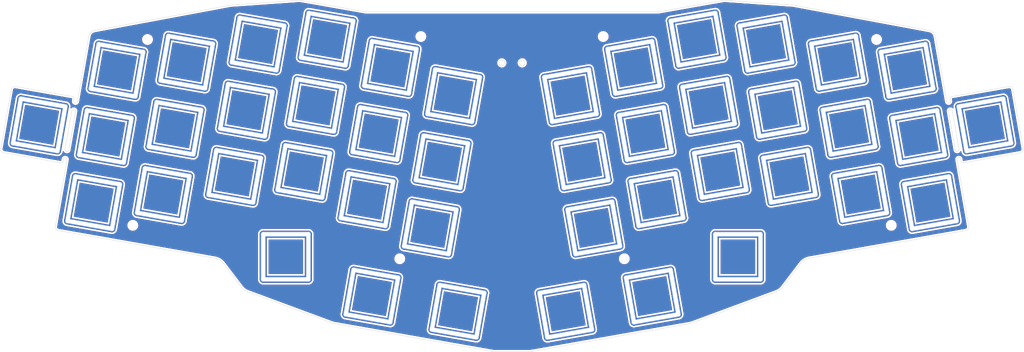
<source format=kicad_pcb>
(kicad_pcb (version 20211014) (generator pcbnew)
  (layers (0 "F.Cu" signal) (31 "B.Cu" signal) (34 "B.Paste" user) (35 "F.Paste" user) (36 "B.SilkS" user "B.Silkscreen") (37 "F.SilkS" user "F.Silkscreen") (38 "B.Mask" user) (39 "F.Mask" user) (44 "Edge.Cuts" user))
  (net 0 "")
  (footprint "TK44:Mx_Cutout_1u" (layer "F.Cu") (at 245.8989 140.5273 10)
    (fp_text reference "SW32" hide)
    (fp_text value "MX" hide)
    (pad "" thru_hole oval (at 6.4 -0.01 280) (size 14.8 2) (drill oval 14 1.2) (layers *.Cu *.Mask))
    (pad "" thru_hole oval (at 0 -6.4 10) (size 14.8 2) (drill oval 14 1.2) (layers *.Cu *.Mask))
    (pad "" thru_hole oval (at 0 6.4 10) (size 14.8 2) (drill oval 14 1.2) (layers *.Cu *.Mask))
    (pad "" thru_hole oval (at -6.4 0 280) (size 14.8 2) (drill oval 14 1.2) (layers *.Cu *.Mask))
  )
  (footprint "TK44:Mx_Cutout_1u" (layer "F.Cu") (at 300.3589 120.2873 10)
    (fp_text reference "SW23" hide)
    (fp_text value "MX" hide)
    (pad "" thru_hole oval (at 0 6.4 10) (size 14.8 2) (drill oval 14 1.2) (layers *.Cu *.Mask))
    (pad "" thru_hole oval (at 6.4 -0.01 280) (size 14.8 2) (drill oval 14 1.2) (layers *.Cu *.Mask))
    (pad "" thru_hole oval (at -6.4 0 280) (size 14.8 2) (drill oval 14 1.2) (layers *.Cu *.Mask))
    (pad "" thru_hole oval (at 0 -6.4 10) (size 14.8 2) (drill oval 14 1.2) (layers *.Cu *.Mask))
  )
  (footprint "TK44:Mx_Cutout_1u" (layer "F.Cu") (at 338.8789 119.2973 10)
    (fp_text reference "SW44" hide)
    (fp_text value "MX" hide)
    (pad "" thru_hole oval (at 0 -6.4 10) (size 14.8 2) (drill oval 14 1.2) (layers *.Cu *.Mask))
    (pad "" thru_hole oval (at -6.4 0 280) (size 14.8 2) (drill oval 14 1.2) (layers *.Cu *.Mask))
    (pad "" thru_hole oval (at 0 6.4 10) (size 14.8 2) (drill oval 14 1.2) (layers *.Cu *.Mask))
    (pad "" thru_hole oval (at 6.4 -0.01 280) (size 14.8 2) (drill oval 14 1.2) (layers *.Cu *.Mask))
  )
  (footprint "TK44:Mx_Cutout_1u" (layer "F.Cu") (at 126.1346 133.9184 -10)
    (fp_text reference "SW27" hide)
    (fp_text value "MX" hide)
    (pad "" thru_hole oval (at 0 6.4 350) (size 14.8 2) (drill oval 14 1.2) (layers *.Cu *.Mask))
    (pad "" thru_hole oval (at 0 -6.4 350) (size 14.8 2) (drill oval 14 1.2) (layers *.Cu *.Mask))
    (pad "" thru_hole oval (at 6.4 -0.01 260) (size 14.8 2) (drill oval 14 1.2) (layers *.Cu *.Mask))
    (pad "" thru_hole oval (at -6.4 0 260) (size 14.8 2) (drill oval 14 1.2) (layers *.Cu *.Mask))
  )
  (footprint "TK44:Hole_Mount_M2" (layer "F.Cu") (at 236.6159 157.2805)
    (fp_text reference "H4" hide)
    (fp_text value "Hole_Mount_M2" hide)
    (pad "" np_thru_hole circle (at 0 0) (size 2.1 2.1) (drill 2.1) (layers *.Cu *.Mask))
  )
  (footprint "TK44:Mx_Cutout_1u" (layer "F.Cu") (at 152.3346 95.0184 -10)
    (fp_text reference "SW4" hide)
    (fp_text value "MX" hide)
    (pad "" thru_hole oval (at 0 6.4 350) (size 14.8 2) (drill oval 14 1.2) (layers *.Cu *.Mask))
    (pad "" thru_hole oval (at 0 -6.4 350) (size 14.8 2) (drill oval 14 1.2) (layers *.Cu *.Mask))
    (pad "" thru_hole oval (at 6.4 -0.01 260) (size 14.8 2) (drill oval 14 1.2) (layers *.Cu *.Mask))
    (pad "" thru_hole oval (at -6.4 0 260) (size 14.8 2) (drill oval 14 1.2) (layers *.Cu *.Mask))
  )
  (footprint "TK44:Mx_Cutout_1u" (layer "F.Cu") (at 260.5189 113.7773 10)
    (fp_text reference "SW21" hide)
    (fp_text value "MX" hide)
    (pad "" thru_hole oval (at 0 -6.4 10) (size 14.8 2) (drill oval 14 1.2) (layers *.Cu *.Mask))
    (pad "" thru_hole oval (at 6.4 -0.01 280) (size 14.8 2) (drill oval 14 1.2) (layers *.Cu *.Mask))
    (pad "" thru_hole oval (at -6.4 0 280) (size 14.8 2) (drill oval 14 1.2) (layers *.Cu *.Mask))
    (pad "" thru_hole oval (at 0 6.4 10) (size 14.8 2) (drill oval 14 1.2) (layers *.Cu *.Mask))
  )
  (footprint "TK44:Mx_Cutout_1u" (layer "F.Cu") (at 303.6689 139.0473 10)
    (fp_text reference "SW35" hide)
    (fp_text value "MX" hide)
    (pad "" thru_hole oval (at 6.4 -0.01 280) (size 14.8 2) (drill oval 14 1.2) (layers *.Cu *.Mask))
    (pad "" thru_hole oval (at 0 6.4 10) (size 14.8 2) (drill oval 14 1.2) (layers *.Cu *.Mask))
    (pad "" thru_hole oval (at 0 -6.4 10) (size 14.8 2) (drill oval 14 1.2) (layers *.Cu *.Mask))
    (pad "" thru_hole oval (at -6.4 0 280) (size 14.8 2) (drill oval 14 1.2) (layers *.Cu *.Mask))
  )
  (footprint "TK44:Mx_Cutout_1u" (layer "F.Cu") (at 163.6546 140.5284 -10)
    (fp_text reference "SW29" hide)
    (fp_text value "MX" hide)
    (pad "" thru_hole oval (at 0 -6.4 350) (size 14.8 2) (drill oval 14 1.2) (layers *.Cu *.Mask))
    (pad "" thru_hole oval (at -6.4 0 260) (size 14.8 2) (drill oval 14 1.2) (layers *.Cu *.Mask))
    (pad "" thru_hole oval (at 6.4 -0.01 260) (size 14.8 2) (drill oval 14 1.2) (layers *.Cu *.Mask))
    (pad "" thru_hole oval (at 0 6.4 350) (size 14.8 2) (drill oval 14 1.2) (layers *.Cu *.Mask))
  )
  (footprint "TK44:Mx_Cutout_1u" (layer "F.Cu") (at 239.2789 103.0073 10)
    (fp_text reference "SW8" hide)
    (fp_text value "MX" hide)
    (pad "" thru_hole oval (at 0 -6.4 10) (size 14.8 2) (drill oval 14 1.2) (layers *.Cu *.Mask))
    (pad "" thru_hole oval (at 6.4 -0.01 280) (size 14.8 2) (drill oval 14 1.2) (layers *.Cu *.Mask))
    (pad "" thru_hole oval (at 0 6.4 10) (size 14.8 2) (drill oval 14 1.2) (layers *.Cu *.Mask))
    (pad "" thru_hole oval (at -6.4 0 280) (size 14.8 2) (drill oval 14 1.2) (layers *.Cu *.Mask))
  )
  (footprint "TK44:Mx_Cutout_1u" (layer "F.Cu") (at 242.5889 121.7673 10)
    (fp_text reference "SW20" hide)
    (fp_text value "MX" hide)
    (pad "" thru_hole oval (at 0 6.4 10) (size 14.8 2) (drill oval 14 1.2) (layers *.Cu *.Mask))
    (pad "" thru_hole oval (at -6.4 0 280) (size 14.8 2) (drill oval 14 1.2) (layers *.Cu *.Mask))
    (pad "" thru_hole oval (at 6.4 -0.01 280) (size 14.8 2) (drill oval 14 1.2) (layers *.Cu *.Mask))
    (pad "" thru_hole oval (at 0 -6.4 10) (size 14.8 2) (drill oval 14 1.2) (layers *.Cu *.Mask))
  )
  (footprint "TK44:Mx_Cutout_1u" (layer "F.Cu") (at 323.4289 141.3673 10)
    (fp_text reference "SW36" hide)
    (fp_text value "MX" hide)
    (pad "" thru_hole oval (at 6.4 -0.01 280) (size 14.8 2) (drill oval 14 1.2) (layers *.Cu *.Mask))
    (pad "" thru_hole oval (at 0 -6.4 10) (size 14.8 2) (drill oval 14 1.2) (layers *.Cu *.Mask))
    (pad "" thru_hole oval (at 0 6.4 10) (size 14.8 2) (drill oval 14 1.2) (layers *.Cu *.Mask))
    (pad "" thru_hole oval (at -6.4 0 280) (size 14.8 2) (drill oval 14 1.2) (layers *.Cu *.Mask))
  )
  (footprint "TK44:Mx_Cutout_1u" (layer "F.Cu") (at 149.0346 113.7784 -10)
    (fp_text reference "SW16" hide)
    (fp_text value "MX" hide)
    (pad "" thru_hole oval (at 0 6.4 350) (size 14.8 2) (drill oval 14 1.2) (layers *.Cu *.Mask))
    (pad "" thru_hole oval (at 6.4 -0.01 260) (size 14.8 2) (drill oval 14 1.2) (layers *.Cu *.Mask))
    (pad "" thru_hole oval (at -6.4 0 260) (size 14.8 2) (drill oval 14 1.2) (layers *.Cu *.Mask))
    (pad "" thru_hole oval (at 0 -6.4 350) (size 14.8 2) (drill oval 14 1.2) (layers *.Cu *.Mask))
  )
  (footprint "TK44:Mx_Cutout_1u" (layer "F.Cu") (at 257.2189 95.0073 10)
    (fp_text reference "SW9" hide)
    (fp_text value "MX" hide)
    (pad "" thru_hole oval (at 0 6.4 10) (size 14.8 2) (drill oval 14 1.2) (layers *.Cu *.Mask))
    (pad "" thru_hole oval (at 0 -6.4 10) (size 14.8 2) (drill oval 14 1.2) (layers *.Cu *.Mask))
    (pad "" thru_hole oval (at 6.4 -0.01 280) (size 14.8 2) (drill oval 14 1.2) (layers *.Cu *.Mask))
    (pad "" thru_hole oval (at -6.4 0 280) (size 14.8 2) (drill oval 14 1.2) (layers *.Cu *.Mask))
  )
  (footprint "TK44:Hole_Mount_M2" (layer "F.Cu") (at 312.3198 147.8006)
    (fp_text reference "H1" hide)
    (fp_text value "Hole_Mount_M2" hide)
    (pad "" np_thru_hole circle (at 0 0) (size 2.1 2.1) (drill 2.1) (layers *.Cu *.Mask))
  )
  (footprint "TK44:Mx_Cutout_1u" (layer "F.Cu") (at 320.1089 122.6073 10)
    (fp_text reference "SW24" hide)
    (fp_text value "MX" hide)
    (pad "" thru_hole oval (at 0 -6.4 10) (size 14.8 2) (drill oval 14 1.2) (layers *.Cu *.Mask))
    (pad "" thru_hole oval (at -6.4 0 280) (size 14.8 2) (drill oval 14 1.2) (layers *.Cu *.Mask))
    (pad "" thru_hole oval (at 6.4 -0.01 280) (size 14.8 2) (drill oval 14 1.2) (layers *.Cu *.Mask))
    (pad "" thru_hole oval (at 0 6.4 10) (size 14.8 2) (drill oval 14 1.2) (layers *.Cu *.Mask))
  )
  (footprint "TK44:Hole_Mount_M2" (layer "F.Cu") (at 178.9235 94.2597)
    (fp_text reference "H6" hide)
    (fp_text value "Hole_Mount_M2" hide)
    (pad "" np_thru_hole circle (at 0 0) (size 2.1 2.1) (drill 2.1) (layers *.Cu *.Mask))
  )
  (footprint "TK44:Mx_Cutout_1u" (layer "F.Cu") (at 181.5946 148.5284 -10)
    (fp_text reference "SW30" hide)
    (fp_text value "MX" hide)
    (pad "" thru_hole oval (at 0 6.4 350) (size 14.8 2) (drill oval 14 1.2) (layers *.Cu *.Mask))
    (pad "" thru_hole oval (at 0 -6.4 350) (size 14.8 2) (drill oval 14 1.2) (layers *.Cu *.Mask))
    (pad "" thru_hole oval (at -6.4 0 260) (size 14.8 2) (drill oval 14 1.2) (layers *.Cu *.Mask))
    (pad "" thru_hole oval (at 6.4 -0.01 260) (size 14.8 2) (drill oval 14 1.2) (layers *.Cu *.Mask))
  )
  (footprint "TK44:Mx_Cutout_1u" (layer "F.Cu") (at 129.4446 115.1584 -10)
    (fp_text reference "SW15" hide)
    (fp_text value "MX" hide)
    (pad "" thru_hole oval (at 0 -6.4 350) (size 14.8 2) (drill oval 14 1.2) (layers *.Cu *.Mask))
    (pad "" thru_hole oval (at -6.4 0 260) (size 14.8 2) (drill oval 14 1.2) (layers *.Cu *.Mask))
    (pad "" thru_hole oval (at 6.4 -0.01 260) (size 14.8 2) (drill oval 14 1.2) (layers *.Cu *.Mask))
    (pad "" thru_hole oval (at 0 6.4 350) (size 14.8 2) (drill oval 14 1.2) (layers *.Cu *.Mask))
  )
  (footprint "TK44:Mx_Cutout_1u" (layer "F.Cu") (at 112.5046 101.5284 -10)
    (fp_text reference "SW2" hide)
    (fp_text value "MX" hide)
    (pad "" thru_hole oval (at 0 -6.4 350) (size 14.8 2) (drill oval 14 1.2) (layers *.Cu *.Mask))
    (pad "" thru_hole oval (at 0 6.4 350) (size 14.8 2) (drill oval 14 1.2) (layers *.Cu *.Mask))
    (pad "" thru_hole oval (at 6.4 -0.01 260) (size 14.8 2) (drill oval 14 1.2) (layers *.Cu *.Mask))
    (pad "" thru_hole oval (at -6.4 0 260) (size 14.8 2) (drill oval 14 1.2) (layers *.Cu *.Mask))
  )
  (footprint "TK44:Mx_Cutout_1u" (layer "F.Cu") (at 109.1946 120.2884 -10)
    (fp_text reference "SW14" hide)
    (fp_text value "MX" hide)
    (pad "" thru_hole oval (at 6.4 -0.01 260) (size 14.8 2) (drill oval 14 1.2) (layers *.Cu *.Mask))
    (pad "" thru_hole oval (at 0 6.4 350) (size 14.8 2) (drill oval 14 1.2) (layers *.Cu *.Mask))
    (pad "" thru_hole oval (at 0 -6.4 350) (size 14.8 2) (drill oval 14 1.2) (layers *.Cu *.Mask))
    (pad "" thru_hole oval (at -6.4 0 260) (size 14.8 2) (drill oval 14 1.2) (layers *.Cu *.Mask))
  )
  (footprint "TK44:Mx_Cutout_1u" (layer "F.Cu") (at 276.7989 96.3973 10)
    (fp_text reference "SW10" hide)
    (fp_text value "MX" hide)
    (pad "" thru_hole oval (at 6.4 -0.01 280) (size 14.8 2) (drill oval 14 1.2) (layers *.Cu *.Mask))
    (pad "" thru_hole oval (at 0 -6.4 10) (size 14.8 2) (drill oval 14 1.2) (layers *.Cu *.Mask))
    (pad "" thru_hole oval (at -6.4 0 280) (size 14.8 2) (drill oval 14 1.2) (layers *.Cu *.Mask))
    (pad "" thru_hole oval (at 0 6.4 10) (size 14.8 2) (drill oval 14 1.2) (layers *.Cu *.Mask))
  )
  (footprint "TK44:Mx_Cutout_1u" (layer "F.Cu") (at 170.2746 103.0084 -10)
    (fp_text reference "SW5" hide)
    (fp_text value "MX" hide)
    (pad "" thru_hole oval (at -6.4 0 260) (size 14.8 2) (drill oval 14 1.2) (layers *.Cu *.Mask))
    (pad "" thru_hole oval (at 6.4 -0.01 260) (size 14.8 2) (drill oval 14 1.2) (layers *.Cu *.Mask))
    (pad "" thru_hole oval (at 0 6.4 350) (size 14.8 2) (drill oval 14 1.2) (layers *.Cu *.Mask))
    (pad "" thru_hole oval (at 0 -6.4 350) (size 14.8 2) (drill oval 14 1.2) (layers *.Cu *.Mask))
  )
  (footprint "TK44:Hole_Mount_M2" (layer "F.Cu") (at 172.9391 157.2802)
    (fp_text reference "H5" hide)
    (fp_text value "Hole_Mount_M2" hide)
    (pad "" np_thru_hole circle (at 0 0) (size 2.1 2.1) (drill 2.1) (layers *.Cu *.Mask))
  )
  (footprint "TK44:Mx_Cutout_1u" (layer "F.Cu") (at 227.9689 148.5273 10)
    (fp_text reference "SW31" hide)
    (fp_text value "MX" hide)
    (pad "" thru_hole oval (at -6.4 0 280) (size 14.8 2) (drill oval 14 1.2) (layers *.Cu *.Mask))
    (pad "" thru_hole oval (at 0 6.4 10) (size 14.8 2) (drill oval 14 1.2) (layers *.Cu *.Mask))
    (pad "" thru_hole oval (at 0 -6.4 10) (size 14.8 2) (drill oval 14 1.2) (layers *.Cu *.Mask))
    (pad "" thru_hole oval (at 6.4 -0.01 280) (size 14.8 2) (drill oval 14 1.2) (layers *.Cu *.Mask))
  )
  (footprint "TK44:Mx_Cutout_1u" (layer "F.Cu") (at 221.3489 111.0073 10)
    (fp_text reference "SW7" hide)
    (fp_text value "MX" hide)
    (pad "" thru_hole oval (at 6.4 -0.01 280) (size 14.8 2) (drill oval 14 1.2) (layers *.Cu *.Mask))
    (pad "" thru_hole oval (at -6.4 0 280) (size 14.8 2) (drill oval 14 1.2) (layers *.Cu *.Mask))
    (pad "" thru_hole oval (at 0 6.4 10) (size 14.8 2) (drill oval 14 1.2) (layers *.Cu *.Mask))
    (pad "" thru_hole oval (at 0 -6.4 10) (size 14.8 2) (drill oval 14 1.2) (layers *.Cu *.Mask))
  )
  (footprint "TK44:Mx_Cutout_1u" (layer "F.Cu") (at 188.2046 111.0084 -10)
    (fp_text reference "SW6" hide)
    (fp_text value "MX" hide)
    (pad "" thru_hole oval (at -6.4 0 260) (size 14.8 2) (drill oval 14 1.2) (layers *.Cu *.Mask))
    (pad "" thru_hole oval (at 6.4 -0.01 260) (size 14.8 2) (drill oval 14 1.2) (layers *.Cu *.Mask))
    (pad "" thru_hole oval (at 0 6.4 350) (size 14.8 2) (drill oval 14 1.2) (layers *.Cu *.Mask))
    (pad "" thru_hole oval (at 0 -6.4 350) (size 14.8 2) (drill oval 14 1.2) (layers *.Cu *.Mask))
  )
  (footprint "TK44:Mx_Cutout_1u" (layer "F.Cu") (at 280.1189 115.1573 10)
    (fp_text reference "SW22" hide)
    (fp_text value "MX" hide)
    (pad "" thru_hole oval (at 0 6.4 10) (size 14.8 2) (drill oval 14 1.2) (layers *.Cu *.Mask))
    (pad "" thru_hole oval (at 6.4 -0.01 280) (size 14.8 2) (drill oval 14 1.2) (layers *.Cu *.Mask))
    (pad "" thru_hole oval (at 0 -6.4 10) (size 14.8 2) (drill oval 14 1.2) (layers *.Cu *.Mask))
    (pad "" thru_hole oval (at -6.4 0 280) (size 14.8 2) (drill oval 14 1.2) (layers *.Cu *.Mask))
  )
  (footprint "TK44:Mx_Cutout_1u" (layer "F.Cu") (at 89.4446 122.6084 -10)
    (fp_text reference "SW13" hide)
    (fp_text value "MX" hide)
    (pad "" thru_hole oval (at 0 -6.4 350) (size 14.8 2) (drill oval 14 1.2) (layers *.Cu *.Mask))
    (pad "" thru_hole oval (at 0 6.4 350) (size 14.8 2) (drill oval 14 1.2) (layers *.Cu *.Mask))
    (pad "" thru_hole oval (at 6.4 -0.01 260) (size 14.8 2) (drill oval 14 1.2) (layers *.Cu *.Mask))
    (pad "" thru_hole oval (at -6.4 0 260) (size 14.8 2) (drill oval 14 1.2) (layers *.Cu *.Mask))
  )
  (footprint "TK44:Mx_Cutout_1u" (layer "F.Cu") (at 189.4654 172.1597 -10)
    (fp_text reference "SW40" hide)
    (fp_text value "MX" hide)
    (pad "" thru_hole oval (at -6.4 0 260) (size 14.8 2) (drill oval 14 1.2) (layers *.Cu *.Mask))
    (pad "" thru_hole oval (at 6.4 -0.01 260) (size 14.8 2) (drill oval 14 1.2) (layers *.Cu *.Mask))
    (pad "" thru_hole oval (at 0 6.4 350) (size 14.8 2) (drill oval 14 1.2) (layers *.Cu *.Mask))
    (pad "" thru_hole oval (at 0 -6.4 350) (size 14.8 2) (drill oval 14 1.2) (layers *.Cu *.Mask))
  )
  (footprint "TK44:Mx_Cutout_1u" (layer "F.Cu") (at 219.9996 172.176 10)
    (fp_text reference "SW41" hide)
    (fp_text value "MX" hide)
    (pad "" thru_hole oval (at 0 -6.4 10) (size 14.8 2) (drill oval 14 1.2) (layers *.Cu *.Mask))
    (pad "" thru_hole oval (at 6.4 -0.01 280) (size 14.8 2) (drill oval 14 1.2) (layers *.Cu *.Mask))
    (pad "" thru_hole oval (at 0 6.4 10) (size 14.8 2) (drill oval 14 1.2) (layers *.Cu *.Mask))
    (pad "" thru_hole oval (at -6.4 0 280) (size 14.8 2) (drill oval 14 1.2) (layers *.Cu *.Mask))
  )
  (footprint "TK44:Mx_Cutout_1u" (layer "F.Cu") (at 316.8089 103.8473 10)
    (fp_text reference "SW12" hide)
    (fp_text value "MX" hide)
    (pad "" thru_hole oval (at 0 -6.4 10) (size 14.8 2) (drill oval 14 1.2) (layers *.Cu *.Mask))
    (pad "" thru_hole oval (at -6.4 0 280) (size 14.8 2) (drill oval 14 1.2) (layers *.Cu *.Mask))
    (pad "" thru_hole oval (at 0 6.4 10) (size 14.8 2) (drill oval 14 1.2) (layers *.Cu *.Mask))
    (pad "" thru_hole oval (at 6.4 -0.01 280) (size 14.8 2) (drill oval 14 1.2) (layers *.Cu *.Mask))
  )
  (footprint "TK44:Mx_Cutout_1u" (layer "F.Cu") (at 86.1346 141.3684 -10)
    (fp_text reference "SW25" hide)
    (fp_text value "MX" hide)
    (pad "" thru_hole oval (at -6.4 0 260) (size 14.8 2) (drill oval 14 1.2) (layers *.Cu *.Mask))
    (pad "" thru_hole oval (at 6.4 -0.01 260) (size 14.8 2) (drill oval 14 1.2) (layers *.Cu *.Mask))
    (pad "" thru_hole oval (at 0 6.4 350) (size 14.8 2) (drill oval 14 1.2) (layers *.Cu *.Mask))
    (pad "" thru_hole oval (at 0 -6.4 350) (size 14.8 2) (drill oval 14 1.2) (layers *.Cu *.Mask))
  )
  (footprint "TK44:Mx_Cutout_1u" (layer "F.Cu") (at 166.9646 121.7684 -10)
    (fp_text reference "SW17" hide)
    (fp_text value "MX" hide)
    (pad "" thru_hole oval (at 0 -6.4 350) (size 14.8 2) (drill oval 14 1.2) (layers *.Cu *.Mask))
    (pad "" thru_hole oval (at -6.4 0 260) (size 14.8 2) (drill oval 14 1.2) (layers *.Cu *.Mask))
    (pad "" thru_hole oval (at 6.4 -0.01 260) (size 14.8 2) (drill oval 14 1.2) (layers *.Cu *.Mask))
    (pad "" thru_hole oval (at 0 6.4 350) (size 14.8 2) (drill oval 14 1.2) (layers *.Cu *.Mask))
  )
  (footprint "TK44:Mx_Cutout_1u" (layer "F.Cu") (at 132.7546 96.3884 -10)
    (fp_text reference "SW3" hide)
    (fp_text value "MX" hide)
    (pad "" thru_hole oval (at 0 6.4 350) (size 14.8 2) (drill oval 14 1.2) (layers *.Cu *.Mask))
    (pad "" thru_hole oval (at 6.4 -0.01 260) (size 14.8 2) (drill oval 14 1.2) (layers *.Cu *.Mask))
    (pad "" thru_hole oval (at 0 -6.4 350) (size 14.8 2) (drill oval 14 1.2) (layers *.Cu *.Mask))
    (pad "" thru_hole oval (at -6.4 0 260) (size 14.8 2) (drill oval 14 1.2) (layers *.Cu *.Mask))
  )
  (footprint "TK44:Mx_Cutout_1u" (layer "F.Cu") (at 244.5289 167.8573 10)
    (fp_text reference "SW42" hide)
    (fp_text value "MX" hide)
    (pad "" thru_hole oval (at -6.4 0 280) (size 14.8 2) (drill oval 14 1.2) (layers *.Cu *.Mask))
    (pad "" thru_hole oval (at 6.4 -0.01 280) (size 14.8 2) (drill oval 14 1.2) (layers *.Cu *.Mask))
    (pad "" thru_hole oval (at 0 -6.4 10) (size 14.8 2) (drill oval 14 1.2) (layers *.Cu *.Mask))
    (pad "" thru_hole oval (at 0 6.4 10) (size 14.8 2) (drill oval 14 1.2) (layers *.Cu *.Mask))
  )
  (footprint "TK44:Hole_Mount_M2" (layer "F.Cu") (at 101.4002 95.0982)
    (fp_text reference "H7" hide)
    (fp_text value "Hole_Mount_M2" hide)
    (pad "" np_thru_hole circle (at 0 0) (size 2.1 2.1) (drill 2.1) (layers *.Cu *.Mask))
  )
  (footprint "TK44:Mx_Cutout_1u" (layer "F.Cu") (at 283.4189 133.9073 10)
    (fp_text reference "SW34" hide)
    (fp_text value "MX" hide)
    (pad "" thru_hole oval (at 6.4 -0.01 280) (size 14.8 2) (drill oval 14 1.2) (layers *.Cu *.Mask))
    (pad "" thru_hole oval (at -6.4 0 280) (size 14.8 2) (drill oval 14 1.2) (layers *.Cu *.Mask))
    (pad "" thru_hole oval (at 0 -6.4 10) (size 14.8 2) (drill oval 14 1.2) (layers *.Cu *.Mask))
    (pad "" thru_hole oval (at 0 6.4 10) (size 14.8 2) (drill oval 14 1.2) (layers *.Cu *.Mask))
  )
  (footprint "TK44:Mx_Cutout_1u" (layer "F.Cu") (at 140.618 156.72)
    (fp_text reference "SW38" hide)
    (fp_text value "MX" hide)
    (pad "" thru_hole oval (at 0 -6.4) (size 14.8 2) (drill oval 14 1.2) (layers *.Cu *.Mask))
    (pad "" thru_hole oval (at -6.4 0 270) (size 14.8 2) (drill oval 14 1.2) (layers *.Cu *.Mask))
    (pad "" thru_hole oval (at 6.4 -0.01 270) (size 14.8 2) (drill oval 14 1.2) (layers *.Cu *.Mask))
    (pad "" thru_hole oval (at 0 6.4) (size 14.8 2) (drill oval 14 1.2) (layers *.Cu *.Mask))
  )
  (footprint "TK44:Mx_Cutout_1u" (layer "F.Cu") (at 70.6746 119.2984 -10)
    (fp_text reference "SW37" hide)
    (fp_text value "MX" hide)
    (pad "" thru_hole oval (at 6.4 -0.01 260) (size 14.8 2) (drill oval 14 1.2) (layers *.Cu *.Mask))
    (pad "" thru_hole oval (at 0 -6.4 350) (size 14.8 2) (drill oval 14 1.2) (layers *.Cu *.Mask))
    (pad "" thru_hole oval (at -6.4 0 260) (size 14.8 2) (drill oval 14 1.2) (layers *.Cu *.Mask))
    (pad "" thru_hole oval (at 0 6.4 350) (size 14.8 2) (drill oval 14 1.2) (layers *.Cu *.Mask))
  )
  (footprint "TK44:Hole_Mount_M2" (layer "F.Cu") (at 230.6315 94.2597)
    (fp_text reference "H3" hide)
    (fp_text value "Hole_Mount_M2" hide)
    (pad "" np_thru_hole circle (at 0 0) (size 2.1 2.1) (drill 2.1) (layers *.Cu *.Mask))
  )
  (footprint "TK44:Hole_Mount_M2" (layer "F.Cu") (at 308.1549 95.0982)
    (fp_text reference "H2" hide)
    (fp_text value "Hole_Mount_M2" hide)
    (pad "" np_thru_hole circle (at 0 0) (size 2.1 2.1) (drill 2.1) (layers *.Cu *.Mask))
  )
  (footprint "TK44:Mx_Cutout_1u" (layer "F.Cu") (at 105.8846 139.0484 -10)
    (fp_text reference "SW26" hide)
    (fp_text value "MX" hide)
    (pad "" thru_hole oval (at 0 6.4 350) (size 14.8 2) (drill oval 14 1.2) (layers *.Cu *.Mask))
    (pad "" thru_hole oval (at 6.4 -0.01 260) (size 14.8 2) (drill oval 14 1.2) (layers *.Cu *.Mask))
    (pad "" thru_hole oval (at 0 -6.4 350) (size 14.8 2) (drill oval 14 1.2) (layers *.Cu *.Mask))
    (pad "" thru_hole oval (at -6.4 0 260) (size 14.8 2) (drill oval 14 1.2) (layers *.Cu *.Mask))
  )
  (footprint "TK44:Mx_Cutout_1u" (layer "F.Cu") (at 263.8289 132.5273 10)
    (fp_text reference "SW33" hide)
    (fp_text value "MX" hide)
    (pad "" thru_hole oval (at 0 -6.4 10) (size 14.8 2) (drill oval 14 1.2) (layers *.Cu *.Mask))
    (pad "" thru_hole oval (at -6.4 0 280) (size 14.8 2) (drill oval 14 1.2) (layers *.Cu *.Mask))
    (pad "" thru_hole oval (at 0 6.4 10) (size 14.8 2) (drill oval 14 1.2) (layers *.Cu *.Mask))
    (pad "" thru_hole oval (at 6.4 -0.01 280) (size 14.8 2) (drill oval 14 1.2) (layers *.Cu *.Mask))
  )
  (footprint "TK44:Mx_Cutout_1u" (layer "F.Cu") (at 92.7546 103.8484 -10)
    (fp_text reference "SW1" hide)
    (fp_text value "MX" hide)
    (pad "" thru_hole oval (at 0 -6.4 350) (size 14.8 2) (drill oval 14 1.2) (layers *.Cu *.Mask))
    (pad "" thru_hole oval (at 6.4 -0.01 260) (size 14.8 2) (drill oval 14 1.2) (layers *.Cu *.Mask))
    (pad "" thru_hole oval (at -6.4 0 260) (size 14.8 2) (drill oval 14 1.2) (layers *.Cu *.Mask))
    (pad "" thru_hole oval (at 0 6.4 350) (size 14.8 2) (drill oval 14 1.2) (layers *.Cu *.Mask))
  )
  (footprint "TK44:Mx_Cutout_1u" (layer "F.Cu") (at 165.0346 167.8484 -10)
    (fp_text reference "SW39" hide)
    (fp_text value "MX" hide)
    (pad "" thru_hole oval (at 0 -6.4 350) (size 14.8 2) (drill oval 14 1.2) (layers *.Cu *.Mask))
    (pad "" thru_hole oval (at 6.4 -0.01 260) (size 14.8 2) (drill oval 14 1.2) (layers *.Cu *.Mask))
    (pad "" thru_hole oval (at -6.4 0 260) (size 14.8 2) (drill oval 14 1.2) (layers *.Cu *.Mask))
    (pad "" thru_hole oval (at 0 6.4 350) (size 14.8 2) (drill oval 14 1.2) (layers *.Cu *.Mask))
  )
  (footprint "TK44:Mx_Cutout_1u" (layer "F.Cu") (at 268.828 156.72)
    (fp_text reference "SW43" hide)
    (fp_text value "MX" hide)
    (pad "" thru_hole oval (at -6.4 0 270) (size 14.8 2) (drill oval 14 1.2) (layers *.Cu *.Mask))
    (pad "" thru_hole oval (at 6.4 -0.01 270) (size 14.8 2) (drill oval 14 1.2) (layers *.Cu *.Mask))
    (pad "" thru_hole oval (at 0 -6.4) (size 14.8 2) (drill oval 14 1.2) (layers *.Cu *.Mask))
    (pad "" thru_hole oval (at 0 6.4) (size 14.8 2) (drill oval 14 1.2) (layers *.Cu *.Mask))
  )
  (footprint "TK44:Mx_Cutout_1u" (layer "F.Cu") (at 184.8946 129.7684 -10)
    (fp_text reference "SW18" hide)
    (fp_text value "MX" hide)
    (pad "" thru_hole oval (at 0 6.4 350) (size 14.8 2) (drill oval 14 1.2) (layers *.Cu *.Mask))
    (pad "" thru_hole oval (at 0 -6.4 350) (size 14.8 2) (drill oval 14 1.2) (layers *.Cu *.Mask))
    (pad "" thru_hole oval (at -6.4 0 260) (size 14.8 2) (drill oval 14 1.2) (layers *.Cu *.Mask))
    (pad "" thru_hole oval (at 6.4 -0.01 260) (size 14.8 2) (drill oval 14 1.2) (layers *.Cu *.Mask))
  )
  (footprint "TK44:Mx_Cutout_1u" (layer "F.Cu") (at 145.7246 132.5384 -10)
    (fp_text reference "SW28" hide)
    (fp_text value "MX" hide)
    (pad "" thru_hole oval (at 0 -6.4 350) (size 14.8 2) (drill oval 14 1.2) (layers *.Cu *.Mask))
    (pad "" thru_hole oval (at -6.4 0 260) (size 14.8 2) (drill oval 14 1.2) (layers *.Cu *.Mask))
    (pad "" thru_hole oval (at 6.4 -0.01 260) (size 14.8 2) (drill oval 14 1.2) (layers *.Cu *.Mask))
    (pad "" thru_hole oval (at 0 6.4 350) (size 14.8 2) (drill oval 14 1.2) (layers *.Cu *.Mask))
  )
  (footprint "TK44:Hole_Mount_M2" (layer "F.Cu") (at 97.2352 147.8006)
    (fp_text reference "H8" hide)
    (fp_text value "Hole_Mount_M2" hide)
    (pad "" np_thru_hole circle (at 0 0) (size 2.1 2.1) (drill 2.1) (layers *.Cu *.Mask))
  )
  (footprint "TK44:Mx_Cutout_1u" (layer "F.Cu") (at 297.0489 101.5273 10)
    (fp_text reference "SW11" hide)
    (fp_text value "MX" hide)
    (pad "" thru_hole oval (at 0 6.4 10) (size 14.8 2) (drill oval 14 1.2) (layers *.Cu *.Mask))
    (pad "" thru_hole oval (at 6.4 -0.01 280) (size 14.8 2) (drill oval 14 1.2) (layers *.Cu *.Mask))
    (pad "" thru_hole oval (at 0 -6.4 10) (size 14.8 2) (drill oval 14 1.2) (layers *.Cu *.Mask))
    (pad "" thru_hole oval (at -6.4 0 280) (size 14.8 2) (drill oval 14 1.2) (layers *.Cu *.Mask))
  )
  (footprint "TK44:Mx_Cutout_1u" (layer "F.Cu") (at 224.6589 129.7673 10)
    (fp_text reference "SW19" hide)
    (fp_text value "MX" hide)
    (pad "" thru_hole oval (at 6.4 -0.01 280) (size 14.8 2) (drill oval 14 1.2) (layers *.Cu *.Mask))
    (pad "" thru_hole oval (at -6.4 0 280) (size 14.8 2) (drill oval 14 1.2) (layers *.Cu *.Mask))
    (pad "" thru_hole oval (at 0 6.4 10) (size 14.8 2) (drill oval 14 1.2) (layers *.Cu *.Mask))
    (pad "" thru_hole oval (at 0 -6.4 10) (size 14.8 2) (drill oval 14 1.2) (layers *.Cu *.Mask))
  )
  (gr_line (start 80.090739 111.289183) (end 63.939104 108.440854) (layer "Edge.Cuts") (width 0.1))
  (gr_arc (start 345.615902 108.440854) (mid 346.363127 108.606509) (end 346.774358 109.252013) (layer "Edge.Cuts") (width 0.1))
  (gr_arc (start 328.534035 115.475675) (mid 328.983297 114.834859) (end 329.624113 115.28412) (layer "Edge.Cuts") (width 0.1))
  (gr_arc (start 77.511693 129.00944) (mid 78.15251 128.560179) (end 78.601771 129.200995) (layer "Edge.Cuts") (width 0.1))
  (gr_arc (start 255.898909 175.456112) (mid 255.55633 175.56563) (end 255.205304 175.643955) (layer "Edge.Cuts") (width 0.1))
  (gr_arc (start 81.52 112.71) (mid 80.879183 113.159261) (end 80.429922 112.518445) (layer "Edge.Cuts") (width 0.1))
  (gr_arc (start 163.723185 87.286019) (mid 163.374562 87.270798) (end 163.028593 87.22525) (layer "Edge.Cuts") (width 0.1))
  (gr_line (start 76.083697 149.270027) (end 120.461265 157.09499) (layer "Edge.Cuts") (width 0.1))
  (gr_arc (start 329.125085 112.518445) (mid 328.675823 113.159261) (end 328.035007 112.71) (layer "Edge.Cuts") (width 0.1))
  (gr_arc (start 281.48895 165.323575) (mid 280.686871 166.11438) (end 279.696012 166.650013) (layer "Edge.Cuts") (width 0.1))
  (gr_arc (start 329.020739 111.920817) (mid 329.112652 111.507364) (end 329.47 111.28) (layer "Edge.Cuts") (width 0.1))
  (gr_line (start 210.316987 183.558977) (end 255.205304 175.643955) (layer "Edge.Cuts") (width 0.1))
  (gr_line (start 84.782206 94.17956) (end 81.52 112.71) (layer "Edge.Cuts") (width 0.1))
  (gr_arc (start 79.100799 126.43532) (mid 78.459982 126.884581) (end 78.010721 126.243765) (layer "Edge.Cuts") (width 0.1))
  (gr_line (start 349.735059 126.042986) (end 346.774358 109.252013) (layer "Edge.Cuts") (width 0.1))
  (gr_arc (start 129.858994 166.650013) (mid 128.868135 166.11438) (end 128.066056 165.323575) (layer "Edge.Cuts") (width 0.1))
  (gr_line (start 334.28247 148.111571) (end 330.953236 129.200995) (layer "Edge.Cuts") (width 0.1))
  (gr_arc (start 332.79 130.05) (mid 332.376547 129.958087) (end 332.149183 129.600739) (layer "Edge.Cuts") (width 0.1))
  (gr_arc (start 84.782206 94.17956) (mid 85.330933 93.119691) (end 86.385427 92.560704) (layer "Edge.Cuts") (width 0.1))
  (gr_line (start 78.010721 126.243765) (end 79.930894 115.28412) (layer "Edge.Cuts") (width 0.1))
  (gr_arc (start 77.400817 129.590739) (mid 77.173453 129.948087) (end 76.76 130.04) (layer "Edge.Cuts") (width 0.1))
  (gr_line (start 153.656097 175.456112) (end 129.858994 166.650013) (layer "Edge.Cuts") (width 0.1))
  (gr_arc (start 284.302686 85.344134) (mid 284.529125 85.36662) (end 284.753925 85.401908) (layer "Edge.Cuts") (width 0.1))
  (gr_line (start 328.035007 112.71) (end 324.772801 94.17956) (layer "Edge.Cuts") (width 0.1))
  (gr_line (start 80.54 111.93) (end 80.429923 112.518445) (layer "Edge.Cuts") (width 0.1))
  (gr_line (start 199.238019 183.558977) (end 154.349702 175.643955) (layer "Edge.Cuts") (width 0.1))
  (gr_arc (start 79.930894 115.28412) (mid 80.571711 114.834859) (end 81.020972 115.475675) (layer "Edge.Cuts") (width 0.1))
  (gr_line (start 78.601771 129.200995) (end 75.272537 148.111571) (layer "Edge.Cuts") (width 0.1))
  (gr_arc (start 264.457422 84.06353) (mid 264.943938 84.008254) (end 265.433565 84.012682) (layer "Edge.Cuts") (width 0.1))
  (gr_arc (start 120.461265 157.09499) (mid 121.847257 157.617774) (end 122.947808 158.609272) (layer "Edge.Cuts") (width 0.1))
  (gr_arc (start 334.28247 148.111571) (mid 334.116814 148.858796) (end 333.47131 149.270027) (layer "Edge.Cuts") (width 0.1))
  (gr_arc (start 80.090739 111.289183) (mid 80.448087 111.516547) (end 80.54 111.93) (layer "Edge.Cuts") (width 0.1))
  (gr_arc (start 62.780649 109.252013) (mid 63.19188 108.60651) (end 63.939104 108.440854) (layer "Edge.Cuts") (width 0.1))
  (gr_line (start 125.025056 85.360171) (end 144.121442 84.012682) (layer "Edge.Cuts") (width 0.1))
  (gr_arc (start 286.607199 158.609272) (mid 287.707749 157.617774) (end 289.093742 157.09499) (layer "Edge.Cuts") (width 0.1))
  (gr_line (start 333.47131 149.270027) (end 289.093742 157.09499) (layer "Edge.Cuts") (width 0.1))
  (gr_line (start 329.624113 115.28412) (end 331.544286 126.243765) (layer "Edge.Cuts") (width 0.1))
  (gr_line (start 284.302686 85.344134) (end 265.433565 84.012682) (layer "Edge.Cuts") (width 0.1))
  (gr_line (start 79.100799 126.43532) (end 81.020972 115.475675) (layer "Edge.Cuts") (width 0.1))
  (gr_circle (center 201.89 101.73) (end 202.710061 101.73) (layer "Edge.Cuts") (width 0.1) (fill none))
  (gr_line (start 163.723185 87.286019) (end 245.831821 87.286019) (layer "Edge.Cuts") (width 0.1))
  (gr_arc (start 154.349702 175.643955) (mid 153.998676 175.56563) (end 153.656097 175.456112) (layer "Edge.Cuts") (width 0.1))
  (gr_line (start 246.526414 87.22525) (end 264.457422 84.06353) (layer "Edge.Cuts") (width 0.1))
  (gr_line (start 255.898909 175.456112) (end 279.696012 166.650013) (layer "Edge.Cuts") (width 0.1))
  (gr_arc (start 199.932612 183.619746) (mid 199.583989 183.604525) (end 199.238019 183.558977) (layer "Edge.Cuts") (width 0.1))
  (gr_line (start 284.753925 85.401908) (end 323.16958 92.560704) (layer "Edge.Cuts") (width 0.1))
  (gr_arc (start 323.16958 92.560704) (mid 324.224075 93.11969) (end 324.772801 94.17956) (layer "Edge.Cuts") (width 0.1))
  (gr_line (start 329.125084 112.518445) (end 329.020739 111.920817) (layer "Edge.Cuts") (width 0.1))
  (gr_arc (start 246.526414 87.22525) (mid 246.180444 87.270798) (end 245.831821 87.286019) (layer "Edge.Cuts") (width 0.1))
  (gr_arc (start 330.953236 129.200995) (mid 331.402498 128.560179) (end 332.043314 129.00944) (layer "Edge.Cuts") (width 0.1))
  (gr_line (start 332.043314 129.00944) (end 332.149183 129.600739) (layer "Edge.Cuts") (width 0.1))
  (gr_line (start 145.097585 84.06353) (end 163.028593 87.22525) (layer "Edge.Cuts") (width 0.1))
  (gr_arc (start 210.316987 183.558977) (mid 209.971018 183.604525) (end 209.622395 183.619746) (layer "Edge.Cuts") (width 0.1))
  (gr_line (start 62.780649 109.252013) (end 59.819947 126.042986) (layer "Edge.Cuts") (width 0.1))
  (gr_line (start 77.400817 129.590739) (end 77.511693 129.00944) (layer "Edge.Cuts") (width 0.1))
  (gr_line (start 125.025056 85.360171) (end 86.385427 92.560704) (layer "Edge.Cuts") (width 0.1))
  (gr_arc (start 349.735059 126.042986) (mid 349.569403 126.79021) (end 348.9239 127.201441) (layer "Edge.Cuts") (width 0.1))
  (gr_arc (start 331.544286 126.243765) (mid 331.095024 126.884581) (end 330.454208 126.43532) (layer "Edge.Cuts") (width 0.1))
  (gr_circle (center 207.67 101.72) (end 208.490061 101.72) (layer "Edge.Cuts") (width 0.1) (fill none))
  (gr_arc (start 60.631107 127.201441) (mid 59.985604 126.79021) (end 59.819947 126.042986) (layer "Edge.Cuts") (width 0.1))
  (gr_line (start 328.534035 115.475675) (end 330.454208 126.43532) (layer "Edge.Cuts") (width 0.1))
  (gr_line (start 332.79 130.05) (end 348.9239 127.201441) (layer "Edge.Cuts") (width 0.1))
  (gr_line (start 199.932612 183.619746) (end 209.622395 183.619746) (layer "Edge.Cuts") (width 0.1))
  (gr_arc (start 76.083697 149.270027) (mid 75.438193 148.858796) (end 75.272537 148.111571) (layer "Edge.Cuts") (width 0.1))
  (gr_line (start 345.615902 108.440854) (end 329.47 111.28) (layer "Edge.Cuts") (width 0.1))
  (gr_line (start 281.48895 165.323575) (end 286.607199 158.609272) (layer "Edge.Cuts") (width 0.1))
  (gr_line (start 76.76 130.04) (end 60.631107 127.201441) (layer "Edge.Cuts") (width 0.1))
  (gr_arc (start 144.121442 84.012682) (mid 144.611069 84.008254) (end 145.097585 84.06353) (layer "Edge.Cuts") (width 0.1))
  (gr_line (start 128.066056 165.323575) (end 122.947808 158.609272) (layer "Edge.Cuts") (width 0.1))
  (zone (net 0) (net_name "") (layer "F.Cu") (connect_pads (clearance 0.508)) (min_thickness 0.254) (fill yes (thermal_gap 0.508) (thermal_bridge_width 0.508))
    (polygon (pts (xy 284.52 85.35) (xy 324.53 92.82) (xy 327.84 111.57) (xy 346.6 108.27) (xy 349.91 127.03) (xy 331.17 130.33) (xy 334.45 149.1) (xy 287.57 157.37) (xy 280.81 166.23) (xy 255.53 175.58) (xy 210 183.61) (xy 199.63 183.61) (xy 153.97 175.57) (xy 128.83 166.28) (xy 121.97 157.36) (xy 75.1 149.09) (xy 78.4 130.33) (xy 59.66 127.02) (xy 62.96 108.27) (xy 81.73 111.57) (xy 85.03 92.82) (xy 125.01 85.36) (xy 144.61 83.97) (xy 163.38 87.28) (xy 246.18 87.28) (xy 264.93 83.98)))
  )
  (zone (net 0) (net_name "") (layer "B.Cu") (connect_pads (clearance 0.508)) (min_thickness 0.254) (fill yes (thermal_gap 0.508) (thermal_bridge_width 0.508))
    (polygon (pts (xy 284.52 85.35) (xy 324.53 92.82) (xy 327.84 111.57) (xy 346.6 108.27) (xy 349.91 127.03) (xy 331.17 130.33) (xy 334.45 149.1) (xy 287.57 157.37) (xy 280.81 166.23) (xy 255.53 175.58) (xy 210 183.61) (xy 199.63 183.61) (xy 153.97 175.57) (xy 128.83 166.28) (xy 121.97 157.36) (xy 75.1 149.09) (xy 78.4 130.33) (xy 59.66 127.02) (xy 62.96 108.27) (xy 81.73 111.57) (xy 85.03 92.82) (xy 125.01 85.36) (xy 144.61 83.97) (xy 163.38 87.28) (xy 246.18 87.28) (xy 264.93 83.98)))
  )
)
</source>
